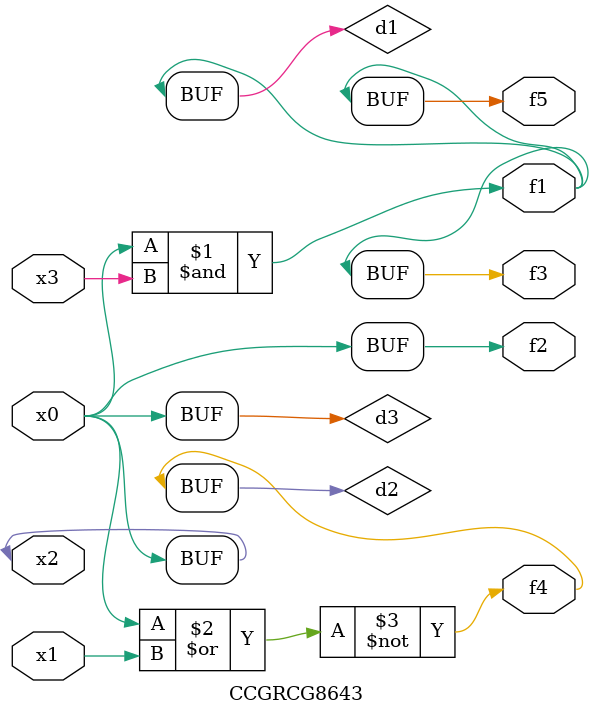
<source format=v>
module CCGRCG8643(
	input x0, x1, x2, x3,
	output f1, f2, f3, f4, f5
);

	wire d1, d2, d3;

	and (d1, x2, x3);
	nor (d2, x0, x1);
	buf (d3, x0, x2);
	assign f1 = d1;
	assign f2 = d3;
	assign f3 = d1;
	assign f4 = d2;
	assign f5 = d1;
endmodule

</source>
